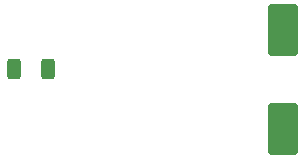
<source format=gbr>
%TF.GenerationSoftware,KiCad,Pcbnew,9.0.3*%
%TF.CreationDate,2025-07-31T16:26:09+05:30*%
%TF.ProjectId,new_ledMatrix,6e65775f-6c65-4644-9d61-747269782e6b,rev?*%
%TF.SameCoordinates,Original*%
%TF.FileFunction,Paste,Bot*%
%TF.FilePolarity,Positive*%
%FSLAX46Y46*%
G04 Gerber Fmt 4.6, Leading zero omitted, Abs format (unit mm)*
G04 Created by KiCad (PCBNEW 9.0.3) date 2025-07-31 16:26:09*
%MOMM*%
%LPD*%
G01*
G04 APERTURE LIST*
G04 Aperture macros list*
%AMRoundRect*
0 Rectangle with rounded corners*
0 $1 Rounding radius*
0 $2 $3 $4 $5 $6 $7 $8 $9 X,Y pos of 4 corners*
0 Add a 4 corners polygon primitive as box body*
4,1,4,$2,$3,$4,$5,$6,$7,$8,$9,$2,$3,0*
0 Add four circle primitives for the rounded corners*
1,1,$1+$1,$2,$3*
1,1,$1+$1,$4,$5*
1,1,$1+$1,$6,$7*
1,1,$1+$1,$8,$9*
0 Add four rect primitives between the rounded corners*
20,1,$1+$1,$2,$3,$4,$5,0*
20,1,$1+$1,$4,$5,$6,$7,0*
20,1,$1+$1,$6,$7,$8,$9,0*
20,1,$1+$1,$8,$9,$2,$3,0*%
G04 Aperture macros list end*
%ADD10RoundRect,0.250000X1.000000X-1.950000X1.000000X1.950000X-1.000000X1.950000X-1.000000X-1.950000X0*%
%ADD11RoundRect,0.250000X-0.312500X-0.625000X0.312500X-0.625000X0.312500X0.625000X-0.312500X0.625000X0*%
G04 APERTURE END LIST*
D10*
%TO.C,C1*%
X133090000Y-73172500D03*
X133090000Y-64772500D03*
%TD*%
D11*
%TO.C,R1*%
X110287500Y-68100000D03*
X113212500Y-68100000D03*
%TD*%
M02*

</source>
